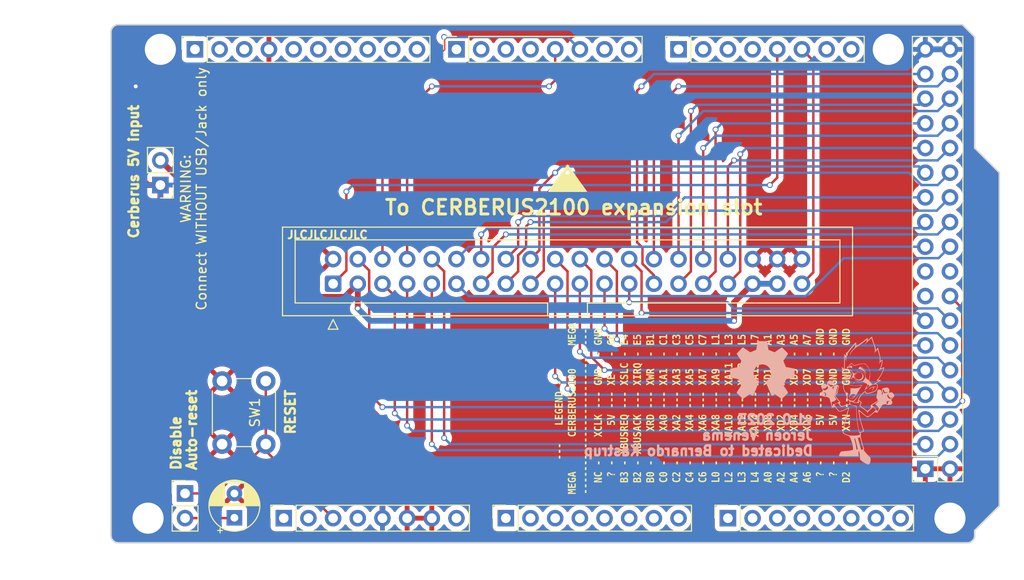
<source format=kicad_pcb>
(kicad_pcb (version 20221018) (generator pcbnew)
  (title_block (date "mar. 31 mars 2015"))
  (layers (0 "F.Cu" signal) (31 "B.Cu" signal) (34 "B.Paste" user) (35 "F.Paste" user) (36 "B.SilkS" user "B.Silkscreen") (37 "F.SilkS" user "F.Silkscreen") (38 "B.Mask" user) (39 "F.Mask" user) (44 "Edge.Cuts" user))
  (net 0 "")
  (net 1 "GND")
  (net 2 "Net-(J9-Pin_2)")
  (net 3 "XWR")
  (net 4 "XRD")
  (net 5 "XBUSREQ")
  (net 6 "XBUSACK")
  (net 7 "XA9")
  (net 8 "XA8")
  (net 9 "XA11")
  (net 10 "XA10")
  (net 11 "XA13")
  (net 12 "XA12")
  (net 13 "XA15")
  (net 14 "XA14")
  (net 15 "XSLC")
  (net 17 "XE")
  (net 18 "XIRQ")
  (net 19 "XA1")
  (net 20 "XA0")
  (net 21 "XA3")
  (net 22 "XA2")
  (net 23 "XA5")
  (net 24 "XA4")
  (net 25 "XA7")
  (net 26 "XA6")
  (net 27 "XD6")
  (net 28 "XD7")
  (net 29 "XD4")
  (net 30 "XD5")
  (net 31 "XD2")
  (net 32 "XD3")
  (net 33 "XD0")
  (net 34 "+5V")
  (net 35 "/IOREF")
  (net 36 "/A0")
  (net 37 "/A1")
  (net 38 "/A2")
  (net 39 "/A3")
  (net 40 "/A4")
  (net 41 "/A5")
  (net 42 "/A6")
  (net 43 "/A7")
  (net 44 "/A8")
  (net 45 "/A9")
  (net 46 "/A10")
  (net 47 "/A11")
  (net 48 "/A12")
  (net 49 "/A13")
  (net 50 "/A14")
  (net 51 "/A15")
  (net 66 "+3V3")
  (net 73 "VCC")
  (net 74 "/~{RESET}")
  (net 76 "XD1")
  (net 77 "XCLK")
  (net 78 "Cerberus 5V")
  (net 79 "XIN")
  (footprint "Connector_PinSocket_2.54mm:PinSocket_2x18_P2.54mm_Vertical" (layer "F.Cu") (at 193.98 92.38 180)
    (fp_text reference "J7" hide)
    (fp_text value "Digital")
    (pad "1" thru_hole rect locked (at 0 0 180) (size 1.7 1.7) (drill 1) (layers "*.Cu" "*.Mask") (net 1 "GND"))
    (pad "2" thru_hole oval locked (at -2.54 0 180) (size 1.7 1.7) (drill 1) (layers "*.Cu" "*.Mask") (net 1 "GND"))
    (pad "3" thru_hole oval locked (at 0 2.54 180) (size 1.7 1.7) (drill 1) (layers "*.Cu" "*.Mask") (net 3 "XWR"))
    (pad "4" thru_hole oval locked (at -2.54 2.54 180) (size 1.7 1.7) (drill 1) (layers "*.Cu" "*.Mask") (net 4 "XRD"))
    (pad "5" thru_hole oval locked (at 0 5.08 180) (size 1.7 1.7) (drill 1) (layers "*.Cu" "*.Mask") (net 5 "XBUSREQ"))
    (pad "6" thru_hole oval locked (at -2.54 5.08 180) (size 1.7 1.7) (drill 1) (layers "*.Cu" "*.Mask") (net 6 "XBUSACK"))
    (pad "7" thru_hole oval locked (at 0 7.62 180) (size 1.7 1.7) (drill 1) (layers "*.Cu" "*.Mask") (net 7 "XA9"))
    (pad "8" thru_hole oval locked (at -2.54 7.62 180) (size 1.7 1.7) (drill 1) (layers "*.Cu" "*.Mask") (net 8 "XA8"))
    (pad "9" thru_hole oval locked (at 0 10.16 180) (size 1.7 1.7) (drill 1) (layers "*.Cu" "*.Mask") (net 9 "XA11"))
    (pad "10" thru_hole oval locked (at -2.54 10.16 180) (size 1.7 1.7) (drill 1) (layers "*.Cu" "*.Mask") (net 10 "XA10"))
    (pad "11" thru_hole oval locked (at 0 12.7 180) (size 1.7 1.7) (drill 1) (layers "*.Cu" "*.Mask") (net 11 "XA13"))
    (pad "12" thru_hole oval locked (at -2.54 12.7 180) (size 1.7 1.7) (drill 1) (layers "*.Cu" "*.Mask") (net 12 "XA12"))
    (pad "13" thru_hole oval locked (at 0 15.24 180) (size 1.7 1.7) (drill 1) (layers "*.Cu" "*.Mask") (net 13 "XA15"))
    (pad "14" thru_hole oval locked (at -2.54 15.24 180) (size 1.7 1.7) (drill 1) (layers "*.Cu" "*.Mask") (net 14 "XA14"))
    (pad "15" thru_hole oval locked (at 0 17.78 180) (size 1.7 1.7) (drill 1) (layers "*.Cu" "*.Mask"))
    (pad "16" thru_hole oval locked (at -2.54 17.78 180) (size 1.7 1.7) (drill 1) (layers "*.Cu" "*.Mask") (net 17 "XE"))
    (pad "17" thru_hole oval locked (at 0 20.32 180) (size 1.7 1.7) (drill 1) (layers "*.Cu" "*.Mask"))
    (pad "18" thru_hole oval locked (at -2.54 20.32 180) (size 1.7 1.7) (drill 1) (layers "*.Cu" "*.Mask"))
    (pad "19" thru_hole oval locked (at 0 22.86 180) (size 1.7 1.7) (drill 1) (layers "*.Cu" "*.Mask") (net 19 "XA1"))
    (pad "20" thru_hole oval locked (at -2.54 22.86 180) (size 1.7 1.7) (drill 1) (layers "*.Cu" "*.Mask") (net 20 "XA0"))
    (pad "21" thru_hole oval locked (at 0 25.4 180) (size 1.7 1.7) (drill 1) (layers "*.Cu" "*.Mask") (net 21 "XA3"))
    (pad "22" thru_hole oval locked (at -2.54 25.4 180) (size 1.7 1.7) (drill 1) (layers "*.Cu" "*.Mask") (net 22 "XA2"))
    (pad "23" thru_hole oval locked (at 0 27.94 180) (size 1.7 1.7) (drill 1) (layers "*.Cu" "*.Mask") (net 23 "XA5"))
    (pad "24" thru_hole oval locked (at -2.54 27.94 180) (size 1.7 1.7) (drill 1) (layers "*.Cu" "*.Mask") (net 24 "XA4"))
    (pad "25" thru_hole oval locked (at 0 30.48 180) (size 1.7 1.7) (drill 1) (layers "*.Cu" "*.Mask") (net 25 "XA7"))
    (pad "26" thru_hole oval locked (at -2.54 30.48 180) (size 1.7 1.7) (drill 1) (layers "*.Cu" "*.Mask") (net 26 "XA6"))
    (pad "27" thru_hole oval locked (at 0 33.02 180) (size 1.7 1.7) (drill 1) (layers "*.Cu" "*.Mask") (net 27 "XD6"))
    (pad "28" thru_hole oval locked (at -2.54 33.02 180) (size 1.7 1.7) (drill 1) (layers "*.Cu" "*.Mask") (net 28 "XD7"))
    (pad "29" thru_hole oval locked (at 0 35.56 180) (size 1.7 1.7) (drill 1) (layers "*.Cu" "*.Mask") (net 29 "XD4"))
    (pad "30" thru_hole oval locked (at -2.54 35.56 180) (size 1.7 1.7) (drill 1) (layers "*.Cu" "*.Mask") (net 30 "XD5"))
    (pad "31" thru_hole oval locked (at 0 38.1 180) (size 1.7 1.7) (drill 1) (layers "*.Cu" "*.Mask") (net 31 "XD2"))
    (pad "32" thru_hole oval locked (at -2.54 38.1 180) (size 1.7 1.7) (drill 1) (layers "*.Cu" "*.Mask") (net 32 "XD3"))
    (pad "33" thru_hole oval locked (at 0 40.64 180) (size 1.7 1.7) (drill 1) (layers "*.Cu" "*.Mask") (net 33 "XD0"))
    (pad "34" thru_hole oval locked (at -2.54 40.64 180) (size 1.7 1.7) (drill 1) (layers "*.Cu" "*.Mask") (net 76 "XD1"))
    (pad "35" thru_hole oval locked (at 0 43.18 180) (size 1.7 1.7) (drill 1) (layers "*.Cu" "*.Mask") (net 34 "+5V"))
    (pad "36" thru_hole oval locked (at -2.54 43.18 180) (size 1.7 1.7) (drill 1) (layers "*.Cu" "*.Mask") (net 34 "+5V"))
  )
  (footprint "Connector_PinSocket_2.54mm:PinSocket_1x08_P2.54mm_Vertical" (layer "F.Cu") (at 127.94 97.46 90)
    (fp_text reference "J1" hide)
    (fp_text value "Power")
    (pad "1" thru_hole rect locked (at 0 0 90) (size 1.7 1.7) (drill 1) (layers "*.Cu" "*.Mask"))
    (pad "2" thru_hole oval locked (at 0 2.54 90) (size 1.7 1.7) (drill 1) (layers "*.Cu" "*.Mask") (net 35 "/IOREF"))
    (pad "3" thru_hole oval locked (at 0 5.08 90) (size 1.7 1.7) (drill 1) (layers "*.Cu" "*.Mask") (net 74 "/~{RESET}"))
    (pad "4" thru_hole oval locked (at 0 7.62 90) (size 1.7 1.7) (drill 1) (layers "*.Cu" "*.Mask") (net 66 "+3V3"))
    (pad "5" thru_hole oval locked (at 0 10.16 90) (size 1.7 1.7) (drill 1) (layers "*.Cu" "*.Mask") (net 34 "+5V"))
    (pad "6" thru_hole oval locked (at 0 12.7 90) (size 1.7 1.7) (drill 1) (layers "*.Cu" "*.Mask") (net 1 "GND"))
    (pad "7" thru_hole oval locked (at 0 15.24 90) (size 1.7 1.7) (drill 1) (layers "*.Cu" "*.Mask") (net 1 "GND"))
    (pad "8" thru_hole oval locked (at 0 17.78 90) (size 1.7 1.7) (drill 1) (layers "*.Cu" "*.Mask") (net 73 "VCC"))
  )
  (footprint "Connector_PinSocket_2.54mm:PinSocket_1x08_P2.54mm_Vertical" (layer "F.Cu") (at 150.8 97.46 90)
    (fp_text reference "J3" hide)
    (fp_text value "Analog")
    (pad "1" thru_hole rect locked (at 0 0 90) (size 1.7 1.7) (drill 1) (layers "*.Cu" "*.Mask") (net 36 "/A0"))
    (pad "2" thru_hole oval locked (at 0 2.54 90) (size 1.7 1.7) (drill 1) (layers "*.Cu" "*.Mask") (net 37 "/A1"))
    (pad "3" thru_hole oval locked (at 0 5.08 90) (size 1.7 1.7) (drill 1) (layers "*.Cu" "*.Mask") (net 38 "/A2"))
    (pad "4" thru_hole oval locked (at 0 7.62 90) (size 1.7 1.7) (drill 1) (layers "*.Cu" "*.Mask") (net 39 "/A3"))
    (pad "5" thru_hole oval locked (at 0 10.16 90) (size 1.7 1.7) (drill 1) (layers "*.Cu" "*.Mask") (net 40 "/A4"))
    (pad "6" thru_hole oval locked (at 0 12.7 90) (size 1.7 1.7) (drill 1) (layers "*.Cu" "*.Mask") (net 41 "/A5"))
    (pad "7" thru_hole oval locked (at 0 15.24 90) (size 1.7 1.7) (drill 1) (layers "*.Cu" "*.Mask") (net 42 "/A6"))
    (pad "8" thru_hole oval locked (at 0 17.78 90) (size 1.7 1.7) (drill 1) (layers "*.Cu" "*.Mask") (net 43 "/A7"))
  )
  (footprint "Connector_PinSocket_2.54mm:PinSocket_1x08_P2.54mm_Vertical" (layer "F.Cu") (at 173.66 97.46 90)
    (fp_text reference "J5" hide)
    (fp_text value "Analog")
    (pad "1" thru_hole rect locked (at 0 0 90) (size 1.7 1.7) (drill 1) (layers "*.Cu" "*.Mask") (net 44 "/A8"))
    (pad "2" thru_hole oval locked (at 0 2.54 90) (size 1.7 1.7) (drill 1) (layers "*.Cu" "*.Mask") (net 45 "/A9"))
    (pad "3" thru_hole oval locked (at 0 5.08 90) (size 1.7 1.7) (drill 1) (layers "*.Cu" "*.Mask") (net 46 "/A10"))
    (pad "4" thru_hole oval locked (at 0 7.62 90) (size 1.7 1.7) (drill 1) (layers "*.Cu" "*.Mask") (net 47 "/A11"))
    (pad "5" thru_hole oval locked (at 0 10.16 90) (size 1.7 1.7) (drill 1) (layers "*.Cu" "*.Mask") (net 48 "/A12"))
    (pad "6" thru_hole oval locked (at 0 12.7 90) (size 1.7 1.7) (drill 1) (layers "*.Cu" "*.Mask") (net 49 "/A13"))
    (pad "7" thru_hole oval locked (at 0 15.24 90) (size 1.7 1.7) (drill 1) (layers "*.Cu" "*.Mask") (net 50 "/A14"))
    (pad "8" thru_hole oval locked (at 0 17.78 90) (size 1.7 1.7) (drill 1) (layers "*.Cu" "*.Mask") (net 51 "/A15"))
  )
  (footprint "Connector_PinSocket_2.54mm:PinSocket_1x10_P2.54mm_Vertical" (layer "F.Cu") (at 118.796 49.2 90)
    (fp_text reference "J2" hide)
    (fp_text value "PWM")
    (pad "1" thru_hole rect locked (at 0 0 90) (size 1.7 1.7) (drill 1) (layers "*.Cu" "*.Mask"))
    (pad "2" thru_hole oval locked (at 0 2.54 90) (size 1.7 1.7) (drill 1) (layers "*.Cu" "*.Mask"))
    (pad "3" thru_hole oval locked (at 0 5.08 90) (size 1.7 1.7) (drill 1) (layers "*.Cu" "*.Mask"))
    (pad "4" thru_hole oval locked (at 0 7.62 90) (size 1.7 1.7) (drill 1) (layers "*.Cu" "*.Mask") (net 1 "GND"))
    (pad "5" thru_hole oval locked (at 0 10.16 90) (size 1.7 1.7) (drill 1) (layers "*.Cu" "*.Mask"))
    (pad "6" thru_hole oval locked (at 0 12.7 90) (size 1.7 1.7) (drill 1) (layers "*.Cu" "*.Mask"))
    (pad "7" thru_hole oval locked (at 0 15.24 90) (size 1.7 1.7) (drill 1) (layers "*.Cu" "*.Mask"))
    (pad "8" thru_hole oval locked (at 0 17.78 90) (size 1.7 1.7) (drill 1) (layers "*.Cu" "*.Mask"))
    (pad "9" thru_hole oval locked (at 0 20.32 90) (size 1.7 1.7) (drill 1) (layers "*.Cu" "*.Mask"))
    (pad "10" thru_hole oval locked (at 0 22.86 90) (size 1.7 1.7) (drill 1) (layers "*.Cu" "*.Mask"))
  )
  (footprint "Connector_PinSocket_2.54mm:PinSocket_1x08_P2.54mm_Vertical" (layer "F.Cu") (at 145.72 49.2 90)
    (fp_text reference "J4" hide)
    (fp_text value "PWM")
    (pad "1" thru_hole rect locked (at 0 0 90) (size 1.7 1.7) (drill 1) (layers "*.Cu" "*.Mask"))
    (pad "2" thru_hole oval locked (at 0 2.54 90) (size 1.7 1.7) (drill 1) (layers "*.Cu" "*.Mask"))
    (pad "3" thru_hole oval locked (at 0 5.08 90) (size 1.7 1.7) (drill 1) (layers "*.Cu" "*.Mask"))
    (pad "4" thru_hole oval locked (at 0 7.62 90) (size 1.7 1.7) (drill 1) (layers "*.Cu" "*.Mask"))
    (pad "5" thru_hole oval locked (at 0 10.16 90) (size 1.7 1.7) (drill 1) (layers "*.Cu" "*.Mask") (net 18 "XIRQ"))
    (pad "6" thru_hole oval locked (at 0 12.7 90) (size 1.7 1.7) (drill 1) (layers "*.Cu" "*.Mask") (net 15 "XSLC"))
    (pad "7" thru_hole oval locked (at 0 15.24 90) (size 1.7 1.7) (drill 1) (layers "*.Cu" "*.Mask"))
    (pad "8" thru_hole oval locked (at 0 17.78 90) (size 1.7 1.7) (drill 1) (layers "*.Cu" "*.Mask"))
  )
  (footprint "Connector_PinSocket_2.54mm:PinSocket_1x08_P2.54mm_Vertical" (layer "F.Cu") (at 168.58 49.2 90)
    (fp_text reference "J6" hide)
    (fp_text value "Communication")
    (pad "1" thru_hole rect locked (at 0 0 90) (size 1.7 1.7) (drill 1) (layers "*.Cu" "*.Mask"))
    (pad "2" thru_hole oval locked (at 0 2.54 90) (size 1.7 1.7) (drill 1) (layers "*.Cu" "*.Mask"))
    (pad "3" thru_hole oval locked (at 0 5.08 90) (size 1.7 1.7) (drill 1) (layers "*.Cu" "*.Mask"))
    (pad "4" thru_hole oval locked (at 0 7.62 90) (size 1.7 1.7) (drill 1) (layers "*.Cu" "*.Mask"))
    (pad "5" thru_hole oval locked (at 0 10.16 90) (size 1.7 1.7) (drill 1) (layers "*.Cu" "*.Mask") (net 77 "XCLK"))
    (pad "6" thru_hole oval locked (at 0 12.7 90) (size 1.7 1.7) (drill 1) (layers "*.Cu" "*.Mask") (net 79 "XIN"))
    (pad "7" thru_hole oval locked (at 0 15.24 90) (size 1.7 1.7) (drill 1) (layers "*.Cu" "*.Mask"))
    (pad "8" thru_hole oval locked (at 0 17.78 90) (size 1.7 1.7) (drill 1) (layers "*.Cu" "*.Mask"))
  )
  (footprint "Connector_IDC:IDC-Header_2x20_P2.54mm_Vertical" (layer "F.Cu") (at 133.02 73.33 90)
    (fp_text reference "J8" hide)
    (fp_text value "Conn_02x20_Odd_Even")
    (pad "1" thru_hole roundrect (at 0 0 90) (size 1.7 1.7) (drill 1) (layers "*.Cu" "*.Mask") (roundrect_rratio 0.1470588235) (net 77 "XCLK"))
    (pad "2" thru_hole circle (at 2.54 0 90) (size 1.7 1.7) (drill 1) (layers "*.Cu" "*.Mask") (net 1 "GND"))
    (pad "3" thru_hole circle (at 0 2.54 90) (size 1.7 1.7) (drill 1) (layers "*.Cu" "*.Mask") (net 78 "Cerberus 5V"))
    (pad "4" thru_hole circle (at 2.54 2.54 90) (size 1.7 1.7) (drill 1) (layers "*.Cu" "*.Mask") (net 17 "XE"))
    (pad "5" thru_hole circle (at 0 5.08 90) (size 1.7 1.7) (drill 1) (layers "*.Cu" "*.Mask") (net 5 "XBUSREQ"))
    (pad "6" thru_hole circle (at 2.54 5.08 90) (size 1.7 1.7) (drill 1) (layers "*.Cu" "*.Mask") (net 15 "XSLC"))
    (pad "7" thru_hole circle (at 0 7.62 90) (size 1.7 1.7) (drill 1) (layers "*.Cu" "*.Mask") (net 6 "XBUSACK"))
    (pad "8" thru_hole circle (at 2.54 7.62 90) (size 1.7 1.7) (drill 1) (layers "*.Cu" "*.Mask") (net 18 "XIRQ"))
    (pad "9" thru_hole circle (at 0 10.16 90) (size 1.7 1.7) (drill 1) (layers "*.Cu" "*.Mask") (net 4 "XRD"))
    (pad "10" thru_hole circle (at 2.54 10.16 90) (size 1.7 1.7) (drill 1) (layers "*.Cu" "*.Mask") (net 3 "XWR"))
    (pad "11" thru_hole circle (at 0 12.7 90) (size 1.7 1.7) (drill 1) (layers "*.Cu" "*.Mask") (net 20 "XA0"))
    (pad "12" thru_hole circle (at 2.54 12.7 90) (size 1.7 1.7) (drill 1) (layers "*.Cu" "*.Mask") (net 19 "XA1"))
    (pad "13" thru_hole circle (at 0 15.24 90) (size 1.7 1.7) (drill 1) (layers "*.Cu" "*.Mask") (net 22 "XA2"))
    (pad "14" thru_hole circle (at 2.54 15.24 90) (size 1.7 1.7) (drill 1) (layers "*.Cu" "*.Mask") (net 21 "XA3"))
    (pad "15" thru_hole circle (at 0 17.78 90) (size 1.7 1.7) (drill 1) (layers "*.Cu" "*.Mask") (net 24 "XA4"))
    (pad "16" thru_hole circle (at 2.54 17.78 90) (size 1.7 1.7) (drill 1) (layers "*.Cu" "*.Mask") (net 23 "XA5"))
    (pad "17" thru_hole circle (at 0 20.32 90) (size 1.7 1.7) (drill 1) (layers "*.Cu" "*.Mask") (net 26 "XA6"))
    (pad "18" thru_hole circle (at 2.54 20.32 90) (size 1.7 1.7) (drill 1) (layers "*.Cu" "*.Mask") (net 25 "XA7"))
    (pad "19" thru_hole circle (at 0 22.86 90) (size 1.7 1.7) (drill 1) (layers "*.Cu" "*.Mask") (net 8 "XA8"))
    (pad "20" thru_hole circle (at 2.54 22.86 90) (size 1.7 1.7) (drill 1) (layers "*.Cu" "*.Mask") (net 7 "XA9"))
    (pad "21" thru_hole circle (at 0 25.4 90) (size 1.7 1.7) (drill 1) (layers "*.Cu" "*.Mask") (net 10 "XA10"))
    (pad "22" thru_hole circle (at 2.54 25.4 90) (size 1.7 1.7) (drill 1) (layers "*.Cu" "*.Mask") (net 9 "XA11"))
    (pad "23" thru_hole circle (at 0 27.94 90) (size 1.7 1.7) (drill 1) (layers "*.Cu" "*.Mask") (net 12 "XA12"))
    (pad "24" thru_hole circle (at 2.54 27.94 90) (size 1.7 1.7) (drill 1) (layers "*.Cu" "*.Mask") (net 11 "XA13"))
    (pad "25" thru_hole circle (at 0 30.48 90) (size 1.7 1.7) (drill 1) (layers "*.Cu" "*.Mask") (net 14 "XA14"))
    (pad "26" thru_hole circle (at 2.54 30.48 90) (size 1.7 1.7) (drill 1) (layers "*.Cu" "*.Mask") (net 13 "XA15"))
    (pad "27" thru_hole circle (at 0 33.02 90) (size 1.7 1.7) (drill 1) (layers "*.Cu" "*.Mask") (net 33 "XD0"))
    (pad "28" thru_hole circle (at 2.54 33.02 90) (size 1.7 1.7) (drill 1) (layers "*.Cu" "*.Mask") (net 76 "XD1"))
    (pad "29" thru_hole circle (at 0 35.56 90) (size 1.7 1.7) (drill 1) (layers "*.Cu" "*.Mask") (net 31 "XD2"))
    (pad "30" thru_hole circle (at 2.54 35.56 90) (size 1.7 1.7) (drill 1) (layers "*.Cu" "*.Mask") (net 32 "XD3"))
    (pad "31" thru_hole circle (at 0 38.1 90) (size 1.7 1.7) (drill 1) (layers "*.Cu" "*.Mask") (net 29 "XD4"))
    (pad "32" thru_hole circle (at 2.54 38.1 90) (size 1.7 1.7) (drill 1) (layers "*.Cu" "*.Mask") (net 30 "XD5"))
    (pad "33" thru_hole circle (at 0 40.64 90) (size 1.7 1.7) (drill 1) (layers "*.Cu" "*.Mask") (net 27 "XD6"))
    (pad "34" thru_hole circle (at 2.54 40.64 90) (size 1.7 1.7) (drill 1) (layers "*.Cu" "*.Mask") (net 28 "XD7"))
    (pad "35" thru_hole circle (at 0 43.18 90) (size 1.7 1.7) (drill 1) (layers "*.Cu" "*.Mask") (net 78 "Cerberus 5V"))
    (pad "36" thru_hole circle (at 2.54 43.18 90) (size 1.7 1.7) (drill 1) (layers "*.Cu" "*.Mask") (net 1 "GND"))
    (pad "37" thru_hole circle (at 0 45.72 90) (size 1.7 1.7) (drill 1) (layers "*.Cu" "*.Mask") (net 78 "Cerberus 5V"))
    (pad "38" thru_hole circle (at 2.54 45.72 90) (size 1.7 1.7) (drill 1) (layers "*.Cu" "*.Mask") (net 1 "GND"))
    (pad "39" thru_hole circle (at 0 48.26 90) (size 1.7 1.7) (drill 1) (layers "*.Cu" "*.Mask") (net 79 "XIN"))
    (pad "40" thru_hole circle (at 2.54 48.26 90) (size 1.7 1.7) (drill 1) (layers "*.Cu" "*.Mask") (net 1 "GND"))
  )
  (footprint "Arduino_MountingHole:MountingHole_3.2mm" (layer "F.Cu") (at 196.52 97.46)
    (fp_text reference "MH6" hide)
    (fp_text value "MountingHole_3.2mm" hide)
    (pad "" np_thru_hole circle locked (at 0 0) (size 3.2 3.2) (drill 3.2) (layers "*.Cu" "*.Mask"))
  )
  (footprint "Button_Switch_THT:SW_PUSH_6mm_H4.3mm" (layer "F.Cu") (at 126.09 83.34 -90)
    (fp_text reference "SW1" (at 3.25 1.12 90) (layer "F.SilkS"))
    (fp_text value "RESET" hide)
    (pad "1" thru_hole circle (at 0 0) (size 2 2) (drill 1.1) (layers "*.Cu" "*.Mask") (net 74 "/~{RESET}"))
    (pad "1" thru_hole circle (at 6.5 0) (size 2 2) (drill 1.1) (layers "*.Cu" "*.Mask") (net 74 "/~{RESET}"))
    (pad "2" thru_hole circle (at 0 4.5) (size 2 2) (drill 1.1) (layers "*.Cu" "*.Mask") (net 1 "GND"))
    (pad "2" thru_hole circle (at 6.5 4.5) (size 2 2) (drill 1.1) (layers "*.Cu" "*.Mask") (net 1 "GND"))
  )
  (footprint "Connector_PinHeader_2.54mm:PinHeader_1x02_P2.54mm_Vertical" (layer "F.Cu") (at 115.24 63.17 180)
    (fp_text reference "J10" hide)
    (fp_text value "Cerberus 5V input" hide)
    (pad "1" thru_hole rect (at 0 0 180) (size 1.7 1.7) (drill 1) (layers "*.Cu" "*.Mask") (net 34 "+5V"))
    (pad "2" thru_hole oval (at 0 2.54 180) (size 1.7 1.7) (drill 1) (layers "*.Cu" "*.Mask") (net 78 "Cerberus 5V"))
  )
  (footprint "Arduino_MountingHole:MountingHole_3.2mm" (layer "F.Cu") (at 115.24 49.2)
    (fp_text reference "MH1" hide)
    (fp_text value "MountingHole_3.2mm" hide)
    (pad "" np_thru_hole circle locked (at 0 0) (size 3.2 3.2) (drill 3.2) (layers "*.Cu" "*.Mask"))
  )
  (footprint "Capacitor_THT:CP_Radial_D5.0mm_P2.50mm" (layer "F.Cu") (at 122.86 97.42 90)
    (fp_text reference "C1" hide)
    (fp_text value "C_Polarized")
    (pad "1" thru_hole rect (at 0 0 90) (size 1.6 1.6) (drill 0.8) (layers "*.Cu" "*.Mask") (net 2 "Net-(J9-Pin_2)"))
    (pad "2" thru_hole circle (at 2.5 0 90) (size 1.6 1.6) (drill 0.8) (layers "*.Cu" "*.Mask") (net 1 "GND"))
  )
  (footprint "Connector_PinHeader_2.54mm:PinHeader_1x02_P2.54mm_Vertical" (layer "F.Cu") (at 117.78 94.915)
    (fp_text reference "J9" hide)
    (fp_text value "Reset disable" hide)
    (pad "1" thru_hole rect (at 0 0) (size 1.7 1.7) (drill 1) (layers "*.Cu" "*.Mask") (net 74 "/~{RESET}"))
    (pad "2" thru_hole oval (at 0 2.54) (size 1.7 1.7) (drill 1) (layers "*.Cu" "*.Mask") (net 2 "Net-(J9-Pin_2)"))
  )
  (footprint "Arduino_MountingHole:MountingHole_3.2mm" (layer "F.Cu") (at 113.97 97.46)
    (fp_text reference "MH2" hide)
    (fp_text value "MountingHole_3.2mm" hide)
    (pad "" np_thru_hole circle locked (at 0 0) (size 3.2 3.2) (drill 3.2) (layers "*.Cu" "*.Mask"))
  )
  (footprint "Arduino_MountingHole:MountingHole_3.2mm" (layer "F.Cu") (at 190.17 49.2)
    (fp_text reference "MH5" hide)
    (fp_text value "MountingHole_3.2mm" hide)
    (pad "" np_thru_hole circle locked (at 0 0) (size 3.2 3.2) (drill 3.2) (layers "*.Cu" "*.Mask"))
  )
  (footprint "Cerberus2100-Megahat:Mad-Logo" (layer "B.Cu") (at 186.995 85.395 180)
    (fp_text reference "G***" hide)
    (fp_text value "LOGO" hide)
  )
  (footprint "Symbol:OSHW-Symbol_6.7x6mm_SilkScreen" (layer "B.Cu") (at 177.216 82.22 180)
    (fp_text reference "REF**" hide)
    (fp_text value "OSHW-Symbol_6.7x6mm_SilkScreen" hide)
  )
  (gr_poly (pts (xy 155.245 63.805) (xy 159.055 63.805) (xy 157.15 61.1475)) (stroke (width 0.15)) (fill solid) (layer "F.SilkS"))
  (gr_line (start 199.06 59.36) (end 201.6 61.9) (stroke (width 0.15)) (layer "Edge.Cuts"))
  (gr_line (start 110.16 99.238) (end 110.16 47.422) (stroke (width 0.15)) (layer "Edge.Cuts"))
  (gr_line (start 201.6 61.9) (end 201.6 96.19) (stroke (width 0.15)) (layer "Edge.Cuts"))
  (gr_line (start 198.298 100) (end 110.922 100) (stroke (width 0.15)) (layer "Edge.Cuts"))
  (gr_line (start 110.922 46.66) (end 197.79 46.66) (stroke (width 0.15)) (layer "Edge.Cuts"))
  (gr_arc (start 110.922 100) (mid 110.383185 99.776815) (end 110.16 99.238) (stroke (width 0.15)) (layer "Edge.Cuts"))
  (gr_line (start 201.6 96.19) (end 199.06 98.73) (stroke (width 0.15)) (layer "Edge.Cuts"))
  (gr_line (start 197.79 46.66) (end 199.06 47.93) (stroke (width 0.15)) (layer "Edge.Cuts"))
  (gr_arc (start 199.06 99.238) (mid 198.836815 99.776815) (end 198.298 100) (stroke (width 0.15)) (layer "Edge.Cuts"))
  (gr_line (start 199.06 47.93) (end 199.06 59.36) (stroke (width 0.15)) (layer "Edge.Cuts"))
  (gr_line (start 199.06 98.73) (end 199.06 99.238) (stroke (width 0.15)) (layer "Edge.Cuts"))
  (gr_arc (start 110.16 47.422) (mid 110.383185 46.883185) (end 110.922 46.66) (stroke (width 0.15)) (layer "Edge.Cuts"))
  (gr_text "v1.0 2023\nJeroen Venema\nDedicated to Bernardo Kastrup" (at 182.55 91.11) (layer "B.SilkS") (effects (font (size 1 1) (thickness 0.25) bold) (justify left bottom mirror)))
  (gr_text "Cerberus 5V input" (at 113.081 54.788 90) (layer "F.SilkS") (effects (font (size 1 1) (thickness 0.25) bold) (justify right bottom)))
  (gr_text "JLCJLCJLCJLC" (at 128.194 68.758) (layer "F.SilkS") (effects (font (size 0.8 0.8) (thickness 0.2) bold) (justify left bottom)))
  (gr_text "WARNING:\nConnect WITHOUT USB/Jack only" (at 118.669 63.551 90) (layer "F.SilkS") (effects (font (size 1 1))))
  (gr_text "        ---   LEGEND ---\n  MEGA      CERBERUS2100    MEGA\n  -----------------------------\n    NC -    XCLK --- GND  - GND\n     ? -      5V --- XE   - G0\n    B3 - XBUSREQ --- XSLC - E4\n    B2 - XBUSACK --- XIRQ - E5\n    B0 -     XRD --- XWR  - B1\n    C0 -     XA0 --- XA1  - C1\n    C2 -     XA2 --- XA3  - C3\n    C4 -     XA4 --- XA5  - C5\n    C6 -     XA6 --- XA7  - C7\n    L0 -     XA8 --- XA9  - L1\n    L2 -    XA10 --- XA11 - L3\n    L3 -    XA12 --- XA13 - L5\n    L4 -    XA14 --- XA15 - L7\n    A0 -     XD0 --- XD1  - A1\n    A2 -     XD2 --- XD3  - A3\n    A4 -     XD4 --- XD5  - A5\n    A6 -     XD6 --- XD7  - A7\n     ? -      5V --- GND  - GND\n     ? -      5V --- GND  - GND\n    D2 -     XIN --- GND  - GND" (at 186.36 96.19 90) (layer "F.SilkS") (effects (font (size 0.8 0.7) (thickness 0.125) bold) (justify left bottom)))
  (gr_text "RESET" (at 129.21 86.538 90) (layer "F.SilkS") (effects (font (size 1 1) (thickness 0.25) bold) (justify bottom)))
  (gr_text "Disable\nAuto-reset" (at 119.05 92.634 90) (layer "F.SilkS") (effects (font (size 1 1) (thickness 0.25) bold) (justify left bottom)))
  (gr_text "To CERBERUS2100 expansion slot" (at 157.785 66.345) (layer "F.SilkS") (effects (font (size 1.5 1.5) (thickness 0.3) bold) (justify bottom)))
  (segment (start 126.416 64.186) (end 133.02 70.79) (width 0.25) (layer "F.Cu") (net 1))
  (segment (start 126.416 49.2) (end 126.416 64.186) (width 0.25) (layer "F.Cu") (net 1))
  (segment (start 122.825 97.455) (end 122.86 97.42) (width 0.25) (layer "F.Cu") (net 2))
  (segment (start 117.78 97.455) (end 122.825 97.455) (width 0.25) (layer "F.Cu") (net 2))
  (segment (start 143.18 70.79) (end 144.45 72.06) (width 0.25) (layer "F.Cu") (net 3))
  (segment (start 144.45 72.06) (end 144.45 89.205) (width 0.25) (layer "F.Cu") (net 3))
  (via (at 144.45 89.205) (size 0.6) (drill 0.4) (layers "F.Cu" "B.Cu") (net 3))
  (segment (start 145.085 89.84) (end 144.45 89.205) (width 0.25) (layer "B.Cu") (net 3))
  (segment (start 193.98 89.84) (end 145.085 89.84) (width 0.25) (layer "B.Cu") (net 3))
  (segment (start 143.18 73.33) (end 143.18 89.84) (width 0.25) (layer "F.Cu") (net 4))
  (via (at 143.18 89.84) (size 0.6) (drill 0.4) (layers "F.Cu" "B.Cu") (net 4))
  (segment (start 143.805 90.465) (end 143.18 89.84) (width 0.25) (layer "B.Cu") (net 4))
  (segment (start 196.52 89.84) (end 195.25 91.11) (width 0.25) (layer "B.Cu") (net 4))
  (segment (start 166.564518 90.465) (end 143.805 90.465) (width 0.25) (layer "B.Cu") (net 4))
  (segment (start 195.25 91.11) (end 167.209518 91.11) (width 0.25) (layer "B.Cu") (net 4))
  (segment (start 167.209518 91.11) (end 166.564518 90.465) (width 0.25) (layer "B.Cu") (net 4))
  (segment (start 138.1 73.33) (end 139.37 74.6) (width 0.25) (layer "F.Cu") (net 5))
  (segment (start 139.37 74.6) (end 139.37 86.665) (width 0.25) (layer "F.Cu") (net 5))
  (via (at 139.37 86.665) (size 0.6) (drill 0.4) (layers "F.Cu" "B.Cu") (net 5))
  (segment (start 140.005 87.3) (end 139.37 86.665) (width 0.25) (layer "B.Cu") (net 5))
  (segment (start 193.98 87.3) (end 140.005 87.3) (width 0.25) (layer "B.Cu") (net 5))
  (segment (start 140.64 73.33) (end 140.64 87.935) (width 0.25) (layer "F.Cu") (net 6))
  (via (at 140.64 87.935) (size 0.6) (drill 0.4) (layers "F.Cu" "B.Cu") (net 6))
  (segment (start 196.52 87.3) (end 195.345 88.475) (width 0.25) (layer "B.Cu") (net 6))
  (segment (start 195.345 88.475) (end 141.18 88.475) (width 0.25) (layer "B.Cu") (net 6))
  (segment (start 141.18 88.475) (end 140.64 87.935) (width 0.25) (layer "B.Cu") (net 6))
  (segment (start 155.88 70.79) (end 157.15 72.06) (width 0.25) (layer "F.Cu") (net 7))
  (segment (start 157.15 72.06) (end 157.15 84.125) (width 0.25) (layer "F.Cu") (net 7))
  (via (at 157.15 84.125) (size 0.6) (drill 0.4) (layers "F.Cu" "B.Cu") (net 7))
  (segment (start 193.98 84.76) (end 157.785 84.76) (width 0.25) (layer "B.Cu") (net 7))
  (segment (start 157.785 84.76) (end 157.15 84.125) (width 0.25) (layer "B.Cu") (net 7))
  (segment (start 155.88 73.33) (end 155.88 82.855) (width 0.25) (layer "F.Cu") (net 8))
  (via (at 155.88 82.855) (size 0.6) (drill 0.4) (layers "F.Cu" "B.Cu") (net 8))
  (segment (start 195.25 83.49) (end 156.515 83.49) (width 0.25) (layer "B.Cu") (net 8))
  (segment (start 156.515 83.49) (end 155.88 82.855) (width 0.25) (layer "B.Cu") (net 8))
  (segment (start 196.52 84.76) (end 195.25 83.49) (width 0.25) (layer "B.Cu") (net 8))
  (segment (start 159.595 71.965) (end 158.42 70.79) (width 0.25) (layer "F.Cu") (net 9))
  (segment (start 160.96 82.22) (end 159.595 80.855) (width 0.25) (layer "F.Cu") (net 9))
  (segment (start 159.595 80.855) (end 159.595 71.965) (width 0.25) (layer "F.Cu") (net 9))
  (via (at 160.96 82.22) (size 0.6) (drill 0.4) (layers "F.Cu" "B.Cu") (net 9))
  (segment (start 193.98 82.22) (end 160.96 82.22) (width 0.25) (layer "B.Cu") (net 9))
  (segment (start 158.42 73.33) (end 158.42 80.315) (width 0.25) (layer "F.Cu") (net 10))
  (via (at 158.42 80.315) (size 0.6) (drill 0.4) (layers "F.Cu" "B.Cu") (net 10))
  (segment (start 159.055034 80.950034) (end 158.42 80.315) (width 0.25) (layer "B.Cu") (net 10))
  (segment (start 195.250034 80.950034) (end 159.055034 80.950034) (width 0.25) (layer "B.Cu") (net 10))
  (segment (start 196.52 82.22) (end 195.250034 80.950034) (width 0.25) (layer "B.Cu") (net 10))
  (segment (start 160.96 70.79) (end 162.23 72.06) (width 0.25) (layer "F.Cu") (net 11))
  (segment (start 162.23 72.06) (end 162.23 79.045) (width 0.25) (layer "F.Cu") (net 11))
  (via (at 162.23 79.045) (size 0.6) (drill 0.4) (layers "F.Cu" "B.Cu") (net 11))
  (segment (start 193.98 79.68) (end 162.865 79.68) (width 0.25) (layer "B.Cu") (net 11))
  (segment (start 162.865 79.68) (end 162.23 79.045) (width 0.25) (layer "B.Cu") (net 11))
  (segment (start 160.96 73.33) (end 160.96 77.94) (width 0.25) (layer "F.Cu") (net 12))
  (via (at 160.96 77.94) (size 0.6) (drill 0.4) (layers "F.Cu" "B.Cu") (net 12))
  (segment (start 196.52 79.68) (end 195.25 78.41) (width 0.25) (layer "B.Cu") (net 12))
  (segment (start 195.25 78.41) (end 161.43 78.41) (width 0.25) (layer "B.Cu") (net 12))
  (segment (start 161.43 78.41) (end 160.96 77.94) (width 0.25) (layer "B.Cu") (net 12))
  (segment (start 164.77 72.06) (end 164.77 76.34) (width 0.25) (layer "F.Cu") (net 13))
  (segment (start 163.5 70.79) (end 164.77 72.06) (width 0.25) (layer "F.Cu") (net 13))
  (via (at 164.77 76.34) (size 0.6) (drill 0.4) (layers "F.Cu" "B.Cu") (net 13))
  (segment (start 193.98 77.14) (end 193.18 76.34) (width 0.25) (layer "B.Cu") (net 13))
  (segment (start 193.18 76.34) (end 164.77 76.34) (width 0.25) (layer "B.Cu") (net 13))
  (segment (start 163.5 73.33) (end 163.5 75.235) (width 0.25) (layer "F.Cu") (net 14))
  (via (at 163.5 75.235) (size 0.6) (drill 0.4) (layers "F.Cu" "B.Cu") (net 14))
  (segment (start 195.25 75.87) (end 174.262437 75.87) (width 0.25) (layer "B.Cu") (net 14))
  (segment (start 174.262437 75.87) (end 173.627437 75.235) (width 0.25) (layer "B.Cu") (net 14))
  (segment (start 173.627437 75.235) (end 163.5 75.235) (width 0.25) (layer "B.Cu") (net 14))
  (segment (start 196.52 77.14) (end 195.25 75.87) (width 0.25) (layer "B.Cu") (net 14))
  (segment (start 144.45 49.2) (end 138.1 55.55) (width 0.25) (layer "F.Cu") (net 15))
  (segment (start 144.45 47.93) (end 144.45 49.2) (width 0.25) (layer "F.Cu") (net 15))
  (segment (start 138.1 55.55) (end 138.1 70.79) (width 0.25) (layer "F.Cu") (net 15))
  (via (at 144.45 47.93) (size 0.6) (drill 0.4) (layers "F.Cu" "B.Cu") (net 15))
  (segment (start 157.15 47.93) (end 144.45 47.93) (width 0.25) (layer "B.Cu") (net 15))
  (segment (start 158.42 49.2) (end 157.15 47.93) (width 0.25) (layer "B.Cu") (net 15))
  (segment (start 197.79 75.87) (end 197.79 85.395016) (width 0.25) (layer "F.Cu") (net 17))
  (segment (start 196.52 74.6) (end 197.79 75.87) (width 0.25) (layer "F.Cu") (net 17))
  (segment (start 136.735 84.665) (end 138.1 86.03) (width 0.25) (layer "F.Cu") (net 17))
  (segment (start 136.735 71.965) (end 136.735 84.665) (width 0.25) (layer "F.Cu") (net 17))
  (segment (start 135.56 70.79) (end 136.735 71.965) (width 0.25) (layer "F.Cu") (net 17))
  (via (at 197.79 85.395016) (size 0.6) (drill 0.4) (layers "F.Cu" "B.Cu") (net 17))
  (via (at 138.1 86.03) (size 0.6) (drill 0.4) (layers "F.Cu" "B.Cu") (net 17))
  (segment (start 138.1 86.03) (end 197.155016 86.03) (width 0.25) (layer "B.Cu") (net 17))
  (segment (start 197.155016 86.03) (end 197.79 85.395016) (width 0.25) (layer "B.Cu") (net 17))
  (segment (start 140.64 70.79) (end 140.64 55.55) (width 0.25) (layer "F.Cu") (net 18))
  (segment (start 155.88 49.2) (end 155.88 52.375) (width 0.25) (layer "F.Cu") (net 18))
  (segment (start 155.88 52.375) (end 155.245 53.01) (width 0.25) (layer "F.Cu") (net 18))
  (segment (start 140.64 55.55) (end 143.18 53.01) (width 0.25) (layer "F.Cu") (net 18))
  (via (at 143.18 53.01) (size 0.6) (drill 0.4) (layers "F.Cu" "B.Cu") (net 18))
  (via (at 155.245 53.01) (size 0.6) (drill 0.4) (layers "F.Cu" "B.Cu") (net 18))
  (segment (start 143.18 53.01) (end 155.245 53.01) (width 0.25) (layer "B.Cu") (net 18))
  (segment (start 193.98 69.52) (end 146.99 69.52) (width 0.25) (layer "B.Cu") (net 19))
  (segment (start 146.99 69.52) (end 145.72 70.79) (width 0.25) (layer "B.Cu") (net 19))
  (segment (start 195.345 70.695) (end 185.576701 70.695) (width 0.25) (layer "B.Cu") (net 20))
  (segment (start 146.99 74.6) (end 145.72 73.33) (width 0.25) (layer "B.Cu") (net 20))
  (segment (start 185.576701 70.695) (end 181.671701 74.6) (width 0.25) (layer "B.Cu") (net 20))
  (segment (start 181.671701 74.6) (end 146.99 74.6) (width 0.25) (layer "B.Cu") (net 20))
  (segment (start 196.52 69.52) (end 195.345 70.695) (width 0.25) (layer "B.Cu") (net 20))
  (segment (start 148.26 68.25) (end 148.26 70.79) (width 0.25) (layer "F.Cu") (net 21))
  (via (at 148.26 68.25) (size 0.6) (drill 0.4) (layers "F.Cu" "B.Cu") (net 21))
  (segment (start 193.355 67.605) (end 148.905 67.605) (width 0.25) (layer "B.Cu") (net 21))
  (segment (start 148.905 67.605) (end 148.26 68.25) (width 0.25) (layer "B.Cu") (net 21))
  (segment (start 193.98 66.98) (end 193.355 67.605) (width 0.25) (layer "B.Cu") (net 21))
  (segment (start 149.435 69.615) (end 149.435 72.155) (width 0.25) (layer "F.Cu") (net 22))
  (segment (start 149.435 72.155) (end 148.26 73.33) (width 0.25) (layer "F.Cu") (net 22))
  (segment (start 150.8 68.25) (end 149.435 69.615) (width 0.25) (layer "F.Cu") (net 22))
  (via (at 150.8 68.25) (size 0.6) (drill 0.4) (layers "F.Cu" "B.Cu") (net 22))
  (segment (start 196.52 66.98) (end 195.25 68.25) (width 0.25) (layer "B.Cu") (net 22))
  (segment (start 195.25 68.25) (end 150.8 68.25) (width 0.25) (layer "B.Cu") (net 22))
  (segment (start 152.07 66.98) (end 152.07 69.52) (width 0.25) (layer "F.Cu") (net 23))
  (segment (start 152.07 69.52) (end 150.8 70.79) (width 0.25) (layer "F.Cu") (net 23))
  (via (at 152.07 66.98) (size 0.6) (drill 0.4) (layers "F.Cu" "B.Cu") (net 23))
  (segment (start 193.98 64.44) (end 169.213604 64.44) (width 0.25) (layer "B.Cu") (net 23))
  (segment (start 152.695 66.355) (end 152.07 66.98) (width 0.25) (layer "B.Cu") (net 23))
  (segment (start 167.298604 66.355) (end 152.695 66.355) (width 0.25) (layer "B.Cu") (net 23))
  (segment (start 169.213604 64.44) (end 167.298604 66.355) (width 0.25) (layer "B.Cu") (net 23))
  (segment (start 152.89 67.43) (end 152.89 69.578299) (width 0.25) (layer "F.Cu") (net 24))
  (segment (start 152.89 69.578299) (end 152.07 70.398299) (width 0.25) (layer "F.Cu") (net 24))
  (segment (start 152.07 70.398299) (end 152.07 72.06) (width 0.25) (layer "F.Cu") (net 24))
  (segment (start 152.07 72.06) (end 150.8 73.33) (width 0.25) (layer "F.Cu") (net 24))
  (segment (start 153.34 66.98) (end 152.89 67.43) (width 0.25) (layer "F.Cu") (net 24))
  (via (at 153.34 66.98) (size 0.6) (drill 0.4) (layers "F.Cu" "B.Cu") (net 24))
  (segment (start 196.52 64.44) (end 195.155 65.805) (width 0.25) (layer "B.Cu") (net 24))
  (segment (start 195.155 65.805) (end 168.485 65.805) (width 0.25) (layer "B.Cu") (net 24))
  (segment (start 167.31 66.98) (end 153.34 66.98) (width 0.25) (layer "B.Cu") (net 24))
  (segment (start 168.485 65.805) (end 167.31 66.98) (width 0.25) (layer "B.Cu") (net 24))
  (segment (start 154.255 63.525) (end 155.88 61.9) (width 0.25) (layer "F.Cu") (net 25))
  (segment (start 154.255 69.875) (end 154.255 63.525) (width 0.25) (layer "F.Cu") (net 25))
  (segment (start 153.34 70.79) (end 154.255 69.875) (width 0.25) (layer "F.Cu") (net 25))
  (via (at 155.88 61.9) (size 0.6) (drill 0.4) (layers "F.Cu" "B.Cu") (net 25))
  (segment (start 155.88 61.9) (end 156.525 61.255) (width 0.25) (layer "B.Cu") (net 25))
  (segment (start 193.335 61.255) (end 193.98 61.9) (width 0.25) (layer "B.Cu") (net 25))
  (segment (start 156.525 61.255) (end 193.335 61.255) (width 0.25) (layer "B.Cu") (net 25))
  (segment (start 154.705 64.345) (end 157.15 61.9) (width 0.25) (layer "F.Cu") (net 26))
  (segment (start 153.34 73.33) (end 154.705 71.965) (width 0.25) (layer "F.Cu") (net 26))
  (segment (start 154.705 71.965) (end 154.705 64.345) (width 0.25) (layer "F.Cu") (net 26))
  (via (at 157.15 61.9) (size 0.6) (drill 0.4) (layers "F.Cu" "B.Cu") (net 26))
  (segment (start 193.588299 63.17) (end 195.25 63.17) (width 0.25) (layer "B.Cu") (net 26))
  (segment (start 192.318299 61.9) (end 193.588299 63.17) (width 0.25) (layer "B.Cu") (net 26))
  (segment (start 195.25 63.17) (end 196.52 61.9) (width 0.25) (layer "B.Cu") (net 26))
  (segment (start 157.15 61.9) (end 192.318299 61.9) (width 0.25) (layer "B.Cu") (net 26))
  (segment (start 173.66 73.33) (end 174.93 72.06) (width 0.25) (layer "F.Cu") (net 27))
  (segment (start 174.93 72.06) (end 174.93 59.995) (width 0.25) (layer "F.Cu") (net 27))
  (via (at 174.93 59.995) (size 0.6) (drill 0.4) (layers "F.Cu" "B.Cu") (net 27))
  (segment (start 193.98 59.36) (end 175.565 59.36) (width 0.25) (layer "B.Cu") (net 27))
  (segment (start 175.565 59.36) (end 174.93 59.995) (width 0.25) (layer "B.Cu") (net 27))
  (segment (start 173.66 61.264994) (end 174.294994 60.63) (width 0.25) (layer "F.Cu") (net 28))
  (segment (start 173.66 70.79) (end 173.66 61.264994) (width 0.25) (layer "F.Cu") (net 28))
  (via (at 174.294994 60.63) (size 0.6) (drill 0.4) (layers "F.Cu" "B.Cu") (net 28))
  (segment (start 195.25 60.63) (end 174.294994 60.63) (width 0.25) (layer "B.Cu") (net 28))
  (segment (start 196.52 59.36) (end 195.25 60.63) (width 0.25) (layer "B.Cu") (net 28))
  (segment (start 171.12 73.33) (end 172.39 72.06) (width 0.25) (layer "F.Cu") (net 29))
  (segment (start 172.39 72.06) (end 172.39 57.455) (width 0.25) (layer "F.Cu") (net 29))
  (via (at 172.39 57.455) (size 0.6) (drill 0.4) (layers "F.Cu" "B.Cu") (net 29))
  (segment (start 193.98 56.82) (end 173.025 56.82) (width 0.25) (layer "B.Cu") (net 29))
  (segment (start 173.025 56.82) (end 172.39 57.455) (width 0.25) (layer "B.Cu") (net 29))
  (segment (start 171.12 70.79) (end 171.12 59.36) (width 0.25) (layer "F.Cu") (net 30))
  (via (at 171.12 59.36) (size 0.6) (drill 0.4) (layers "F.Cu" "B.Cu") (net 30))
  (segment (start 195.25 58.09) (end 172.39 58.09) (width 0.25) (layer "B.Cu") (net 30))
  (segment (start 196.52 56.82) (end 195.25 58.09) (width 0.25) (layer "B.Cu") (net 30))
  (segment (start 172.39 58.09) (end 171.12 59.36) (width 0.25) (layer "B.Cu") (net 30))
  (segment (start 168.58 73.33) (end 169.85 72.06) (width 0.25) (layer "F.Cu") (net 31))
  (segment (start 169.85 72.06) (end 169.85 55.55) (width 0.25) (layer "F.Cu") (net 31))
  (via (at 169.85 55.55) (size 0.6) (drill 0.4) (layers "F.Cu" "B.Cu") (net 31))
  (segment (start 193.355 54.905) (end 170.495 54.905) (width 0.25) (layer "B.Cu") (net 31))
  (segment (start 170.495 54.905) (end 169.85 55.55) (width 0.25) (layer "B.Cu") (net 31))
  (segment (start 193.98 54.28) (end 193.355 54.905) (width 0.25) (layer "B.Cu") (net 31))
  (segment (start 168.58 70.79) (end 168.58 58.09) (width 0.25) (layer "F.Cu") (net 32))
  (via (at 168.58 58.09) (size 0.6) (drill 0.4) (layers "F.Cu" "B.Cu") (net 32))
  (segment (start 195.25 55.55) (end 171.12 55.55) (width 0.25) (layer "B.Cu") (net 32))
  (segment (start 171.12 55.55) (end 168.58 58.09) (width 0.25) (layer "B.Cu") (net 32))
  (segment (start 196.52 54.28) (end 195.25 55.55) (width 0.25) (layer "B.Cu") (net 32))
  (segment (start 164.77 53.01) (end 164.315 53.465) (width 0.25) (layer "F.Cu") (net 33))
  (segment (start 164.315 69.065) (end 164.865 69.615) (width 0.25) (layer "F.Cu") (net 33))
  (segment (start 166.04 72.451701) (end 166.04 73.33) (width 0.25) (layer "F.Cu") (net 33))
  (segment (start 164.315 53.465) (end 164.315 69.065) (width 0.25) (layer "F.Cu") (net 33))
  (segment (start 164.865 69.615) (end 164.865 71.276701) (width 0.25) (layer "F.Cu") (net 33))
  (segment (start 164.865 71.276701) (end 166.04 72.451701) (width 0.25) (layer "F.Cu") (net 33))
  (via (at 164.77 53.01) (size 0.6) (drill 0.4) (layers "F.Cu" "B.Cu") (net 33))
  (segment (start 193.98 51.74) (end 166.04 51.74) (width 0.25) (layer "B.Cu") (net 33))
  (segment (start 166.04 51.74) (end 164.77 53.01) (width 0.25) (layer "B.Cu") (net 33))
  (segment (start 112.7 61.9) (end 113.97 63.17) (width 0.6) (layer "F.Cu") (net 34))
  (segment (start 115.24 64.62) (end 138.1 87.48) (width 0.6) (layer "F.Cu") (net 34))
  (segment (start 113.97 63.17) (end 115.24 63.17) (width 0.6) (layer "F.Cu") (net 34))
  (segment (start 115.24 63.17) (end 115.24 64.62) (width 0.6) (layer "F.Cu") (net 34))
  (segment (start 138.1 87.48) (end 138.1 97.46) (width 0.6) (layer "F.Cu") (net 34))
  (segment (start 112.7 53.01) (end 112.7 61.9) (width 0.6) (layer "F.Cu") (net 34))
  (via (at 112.7 53.01) (size 0.6) (drill 0.4) (layers "F.Cu" "B.Cu") (net 34))
  (segment (start 114.61 51.1) (end 112.7 53.01) (width 0.6) (layer "B.Cu") (net 34))
  (segment (start 192.08 51.1) (end 114.61 51.1) (width 0.6) (layer "B.Cu") (net 34))
  (segment (start 196.52 49.2) (end 193.98 49.2) (width 0.6) (layer "B.Cu") (net 34))
  (segment (start 193.98 49.2) (end 192.08 51.1) (width 0.6) (layer "B.Cu") (net 34))
  (segment (start 121.015 94.915) (end 117.78 94.915) (width 0.25) (layer "F.Cu") (net 74))
  (segment (start 126.09 89.84) (end 121.015 94.915) (width 0.25) (layer "F.Cu") (net 74))
  (segment (start 126.09 83.34) (end 126.09 89.84) (width 0.25) (layer "F.Cu") (net 74))
  (segment (start 133.02 97.46) (end 126.09 90.53) (width 0.25) (layer "F.Cu") (net 74))
  (segment (start 126.09 90.53) (end 126.09 89.84) (width 0.25) (layer "F.Cu") (net 74))
  (segment (start 166.04 55.55) (end 166.04 70.79) (width 0.25) (layer "F.Cu") (net 76))
  (segment (start 168.58 53.01) (end 166.04 55.55) (width 0.25) (layer "F.Cu") (net 76))
  (via (at 168.58 53.01) (size 0.6) (drill 0.4) (layers "F.Cu" "B.Cu") (net 76))
  (segment (start 196.52 51.74) (end 195.25 53.01) (width 0.25) (layer "B.Cu") (net 76))
  (segment (start 195.25 53.01) (end 168.58 53.01) (width 0.25) (layer "B.Cu") (net 76))
  (segment (start 178.74 62.408) (end 177.978 63.17) (width 0.25) (layer "F.Cu") (net 77))
  (segment (start 134.385006 71.964994) (end 134.385006 63.836999) (width 0.25) (layer "F.Cu") (net 77))
  (segment (start 178.74 49.2) (end 178.74 62.408) (width 0.25) (layer "F.Cu") (net 77))
  (segment (start 133.02 73.33) (end 134.385006 71.964994) (width 0.25) (layer "F.Cu") (net 77))
  (segment (start 134.385006 63.836999) (end 134.384993 63.836986) (width 0.25) (layer "F.Cu") (net 77))
  (via (at 134.384993 63.836986) (size 0.6) (drill 0.4) (layers "F.Cu" "B.Cu") (net 77))
  (via (at 177.978 63.17) (size 0.6) (drill 0.4) (layers "F.Cu" "B.Cu") (net 77))
  (segment (start 135.051979 63.17) (end 134.384993 63.836986) (width 0.25) (layer "B.Cu") (net 77))
  (segment (start 177.978 63.17) (end 135.051979 63.17) (width 0.25) (layer "B.Cu") (net 77))
  (segment (start 174.294978 75.235022) (end 174.294978 77.140011) (width 0.6) (layer "F.Cu") (net 78))
  (segment (start 115.24 60.63) (end 129.29 74.68) (width 0.6) (layer "F.Cu") (net 78))
  (segment (start 129.29 74.68) (end 134.21 74.68) (width 0.6) (layer "F.Cu") (net 78))
  (segment (start 135.56 73.33) (end 135.56 75.87) (width 0.6) (layer "F.Cu") (net 78))
  (segment (start 134.21 74.68) (end 135.56 73.33) (width 0.6) (layer "F.Cu") (net 78))
  (segment (start 176.2 73.33) (end 174.294978 75.235022) (width 0.6) (layer "F.Cu") (net 78))
  (via (at 174.294978 77.140011) (size 0.6) (drill 0.4) (layers "F.Cu" "B.Cu") (net 78))
  (via (at 135.56 75.87) (size 0.6) (drill 0.4) (layers "F.Cu" "B.Cu") (net 78))
  (segment (start 136.830012 77.140012) (end 174.294978 77.140011) (width 0.6) (layer "B.Cu") (net 78))
  (segment (start 178.74 73.33) (end 176.2 73.33) (width 0.6) (layer "B.Cu") (net 78))
  (segment (start 135.56 75.87) (end 136.830012 77.140012) (width 0.6) (layer "B.Cu") (net 78))
  (segment (start 182.455 72.155) (end 181.28 73.33) (width 0.25) (layer "F.Cu") (net 79))
  (segment (start 181.28 49.2) (end 182.455 50.375) (width 0.25) (layer "F.Cu") (net 79))
  (segment (start 182.455 50.375) (end 182.455 72.155) (width 0.25) (layer "F.Cu") (net 79))
  (zone (net 1) (net_name "GND") (layer "F.Cu") (connect_pads (clearance 0.508)) (min_thickness 0.25) (fill yes (thermal_gap 0.5) (thermal_bridge_width 0.5))
    (polygon (pts (xy 98.73 103.81) (xy 204.14 103.81) (xy 204.14 44.12) (xy 98.73 44.12)))
  )
  (zone (net 34) (net_name "+5V") (layer "B.Cu") (priority 1) (connect_pads (clearance 0.508)) (min_thickness 0.25) (fill yes (thermal_gap 0.5) (thermal_bridge_width 0.5))
    (polygon (pts (xy 98.73 44.12) (xy 98.73 103.81) (xy 204.14 103.81) (xy 204.14 44.12)))
  )
)
</source>
